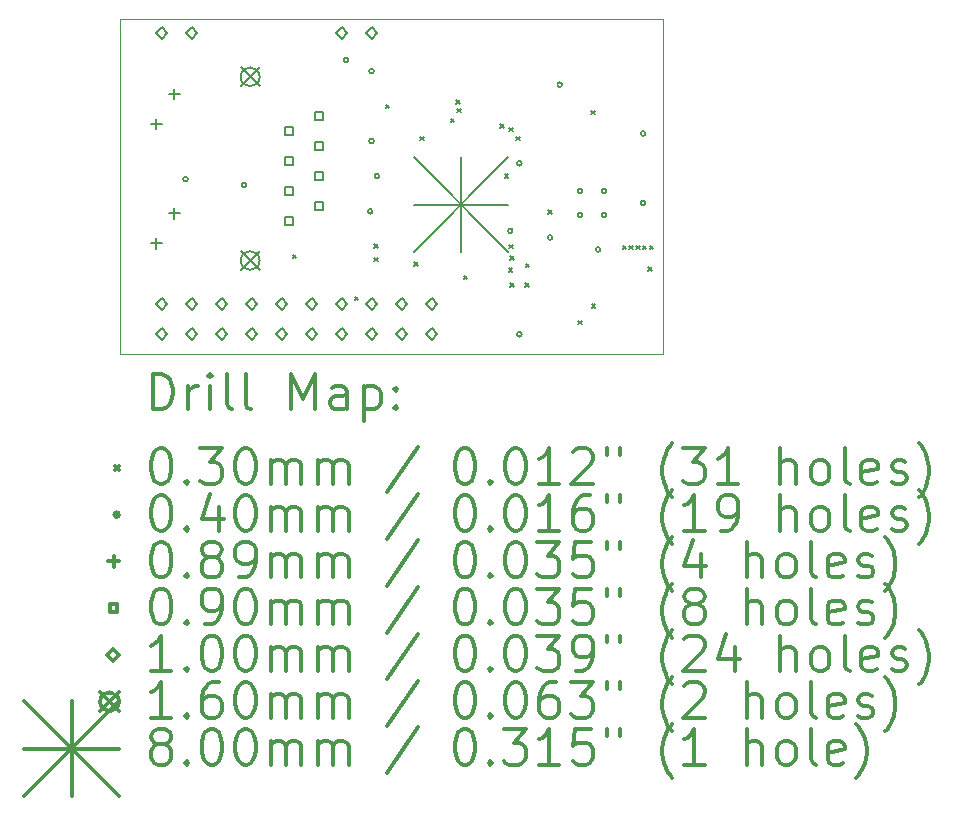
<source format=gbr>
%FSLAX45Y45*%
G04 Gerber Fmt 4.5, Leading zero omitted, Abs format (unit mm)*
G04 Created by KiCad (PCBNEW (5.1.5)-3) date 2020-07-18 04:54:52*
%MOMM*%
%LPD*%
G04 APERTURE LIST*
%TA.AperFunction,Profile*%
%ADD10C,0.100000*%
%TD*%
%ADD11C,0.200000*%
%ADD12C,0.300000*%
G04 APERTURE END LIST*
D10*
X17964150Y-8159750D02*
X15773400Y-8159750D01*
X17964150Y-10991850D02*
X17964150Y-8159750D01*
X16116300Y-10991850D02*
X17964150Y-10991850D01*
X13360400Y-10991850D02*
X13360400Y-8159750D01*
X15773400Y-8159750D02*
X13360400Y-8159750D01*
X13360400Y-10991850D02*
X16116300Y-10991850D01*
D11*
X14828000Y-10152950D02*
X14858000Y-10182950D01*
X14858000Y-10152950D02*
X14828000Y-10182950D01*
X15352000Y-10506950D02*
X15382000Y-10536950D01*
X15382000Y-10506950D02*
X15352000Y-10536950D01*
X15517100Y-10062450D02*
X15547100Y-10092450D01*
X15547100Y-10062450D02*
X15517100Y-10092450D01*
X15517100Y-10176750D02*
X15547100Y-10206750D01*
X15547100Y-10176750D02*
X15517100Y-10206750D01*
X15612350Y-8881350D02*
X15642350Y-8911350D01*
X15642350Y-8881350D02*
X15612350Y-8911350D01*
X15853650Y-10214850D02*
X15883650Y-10244850D01*
X15883650Y-10214850D02*
X15853650Y-10244850D01*
X15904450Y-9154400D02*
X15934450Y-9184400D01*
X15934450Y-9154400D02*
X15904450Y-9184400D01*
X16164800Y-9002000D02*
X16194800Y-9032000D01*
X16194800Y-9002000D02*
X16164800Y-9032000D01*
X16209250Y-8843250D02*
X16239250Y-8873250D01*
X16239250Y-8843250D02*
X16209250Y-8873250D01*
X16217050Y-8914550D02*
X16247050Y-8944550D01*
X16247050Y-8914550D02*
X16217050Y-8944550D01*
X16272750Y-10329150D02*
X16302750Y-10359150D01*
X16302750Y-10329150D02*
X16272750Y-10359150D01*
X16583900Y-9046450D02*
X16613900Y-9076450D01*
X16613900Y-9046450D02*
X16583900Y-9076450D01*
X16622000Y-9471900D02*
X16652000Y-9501900D01*
X16652000Y-9471900D02*
X16622000Y-9501900D01*
X16653750Y-10265650D02*
X16683750Y-10295650D01*
X16683750Y-10265650D02*
X16653750Y-10295650D01*
X16660100Y-9078200D02*
X16690100Y-9108200D01*
X16690100Y-9078200D02*
X16660100Y-9108200D01*
X16660100Y-10068800D02*
X16690100Y-10098800D01*
X16690100Y-10068800D02*
X16660100Y-10098800D01*
X16666450Y-10164050D02*
X16696450Y-10194050D01*
X16696450Y-10164050D02*
X16666450Y-10194050D01*
X16666450Y-10392650D02*
X16696450Y-10422650D01*
X16696450Y-10392650D02*
X16666450Y-10422650D01*
X16717250Y-9154400D02*
X16747250Y-9184400D01*
X16747250Y-9154400D02*
X16717250Y-9184400D01*
X16793450Y-10392650D02*
X16823450Y-10422650D01*
X16823450Y-10392650D02*
X16793450Y-10422650D01*
X16799800Y-10227550D02*
X16829800Y-10257550D01*
X16829800Y-10227550D02*
X16799800Y-10257550D01*
X16991500Y-9775500D02*
X17021500Y-9805500D01*
X17021500Y-9775500D02*
X16991500Y-9805500D01*
X17244300Y-10710150D02*
X17274300Y-10740150D01*
X17274300Y-10710150D02*
X17244300Y-10740150D01*
X17352250Y-8932150D02*
X17382250Y-8962150D01*
X17382250Y-8932150D02*
X17352250Y-8962150D01*
X17358600Y-10570450D02*
X17388600Y-10600450D01*
X17388600Y-10570450D02*
X17358600Y-10600450D01*
X17618950Y-10075150D02*
X17648950Y-10105150D01*
X17648950Y-10075150D02*
X17618950Y-10105150D01*
X17676100Y-10075150D02*
X17706100Y-10105150D01*
X17706100Y-10075150D02*
X17676100Y-10105150D01*
X17733250Y-10075150D02*
X17763250Y-10105150D01*
X17763250Y-10075150D02*
X17733250Y-10105150D01*
X17790400Y-10075150D02*
X17820400Y-10105150D01*
X17820400Y-10075150D02*
X17790400Y-10105150D01*
X17834850Y-10259300D02*
X17864850Y-10289300D01*
X17864850Y-10259300D02*
X17834850Y-10289300D01*
X17847550Y-10075150D02*
X17877550Y-10105150D01*
X17877550Y-10075150D02*
X17847550Y-10105150D01*
X13939200Y-9512300D02*
G75*
G03X13939200Y-9512300I-20000J0D01*
G01*
X14433600Y-9564000D02*
G75*
G03X14433600Y-9564000I-20000J0D01*
G01*
X15297200Y-8502650D02*
G75*
G03X15297200Y-8502650I-20000J0D01*
G01*
X15502200Y-9784450D02*
G75*
G03X15502200Y-9784450I-20000J0D01*
G01*
X15514000Y-8597900D02*
G75*
G03X15514000Y-8597900I-20000J0D01*
G01*
X15514000Y-9188450D02*
G75*
G03X15514000Y-9188450I-20000J0D01*
G01*
X15558450Y-9486900D02*
G75*
G03X15558450Y-9486900I-20000J0D01*
G01*
X16688750Y-9950450D02*
G75*
G03X16688750Y-9950450I-20000J0D01*
G01*
X16764950Y-9378950D02*
G75*
G03X16764950Y-9378950I-20000J0D01*
G01*
X16764950Y-10826750D02*
G75*
G03X16764950Y-10826750I-20000J0D01*
G01*
X17025300Y-10007600D02*
G75*
G03X17025300Y-10007600I-20000J0D01*
G01*
X17107850Y-8712200D02*
G75*
G03X17107850Y-8712200I-20000J0D01*
G01*
X17279300Y-9613900D02*
G75*
G03X17279300Y-9613900I-20000J0D01*
G01*
X17279300Y-9817100D02*
G75*
G03X17279300Y-9817100I-20000J0D01*
G01*
X17431700Y-10109200D02*
G75*
G03X17431700Y-10109200I-20000J0D01*
G01*
X17482500Y-9613900D02*
G75*
G03X17482500Y-9613900I-20000J0D01*
G01*
X17482500Y-9817100D02*
G75*
G03X17482500Y-9817100I-20000J0D01*
G01*
X17812700Y-9124950D02*
G75*
G03X17812700Y-9124950I-20000J0D01*
G01*
X17813600Y-9714600D02*
G75*
G03X17813600Y-9714600I-20000J0D01*
G01*
X13671500Y-9000400D02*
X13671500Y-9089400D01*
X13627000Y-9044900D02*
X13716000Y-9044900D01*
X13671500Y-10011400D02*
X13671500Y-10100400D01*
X13627000Y-10055900D02*
X13716000Y-10055900D01*
X13823500Y-8746400D02*
X13823500Y-8835400D01*
X13779000Y-8790900D02*
X13868000Y-8790900D01*
X13823500Y-9757400D02*
X13823500Y-9846400D01*
X13779000Y-9801900D02*
X13868000Y-9801900D01*
X14827320Y-9137720D02*
X14827320Y-9074080D01*
X14763680Y-9074080D01*
X14763680Y-9137720D01*
X14827320Y-9137720D01*
X14827320Y-9391720D02*
X14827320Y-9328080D01*
X14763680Y-9328080D01*
X14763680Y-9391720D01*
X14827320Y-9391720D01*
X14827320Y-9645720D02*
X14827320Y-9582080D01*
X14763680Y-9582080D01*
X14763680Y-9645720D01*
X14827320Y-9645720D01*
X14827320Y-9899720D02*
X14827320Y-9836080D01*
X14763680Y-9836080D01*
X14763680Y-9899720D01*
X14827320Y-9899720D01*
X15081320Y-9010720D02*
X15081320Y-8947080D01*
X15017680Y-8947080D01*
X15017680Y-9010720D01*
X15081320Y-9010720D01*
X15081320Y-9264720D02*
X15081320Y-9201080D01*
X15017680Y-9201080D01*
X15017680Y-9264720D01*
X15081320Y-9264720D01*
X15081320Y-9518720D02*
X15081320Y-9455080D01*
X15017680Y-9455080D01*
X15017680Y-9518720D01*
X15081320Y-9518720D01*
X15081320Y-9772720D02*
X15081320Y-9709080D01*
X15017680Y-9709080D01*
X15017680Y-9772720D01*
X15081320Y-9772720D01*
X15240000Y-8324050D02*
X15290000Y-8274050D01*
X15240000Y-8224050D01*
X15190000Y-8274050D01*
X15240000Y-8324050D01*
X15494000Y-8324050D02*
X15544000Y-8274050D01*
X15494000Y-8224050D01*
X15444000Y-8274050D01*
X15494000Y-8324050D01*
X13716000Y-8324050D02*
X13766000Y-8274050D01*
X13716000Y-8224050D01*
X13666000Y-8274050D01*
X13716000Y-8324050D01*
X13970000Y-8324050D02*
X14020000Y-8274050D01*
X13970000Y-8224050D01*
X13920000Y-8274050D01*
X13970000Y-8324050D01*
X13716000Y-10622750D02*
X13766000Y-10572750D01*
X13716000Y-10522750D01*
X13666000Y-10572750D01*
X13716000Y-10622750D01*
X13716000Y-10876750D02*
X13766000Y-10826750D01*
X13716000Y-10776750D01*
X13666000Y-10826750D01*
X13716000Y-10876750D01*
X13970000Y-10622750D02*
X14020000Y-10572750D01*
X13970000Y-10522750D01*
X13920000Y-10572750D01*
X13970000Y-10622750D01*
X13970000Y-10876750D02*
X14020000Y-10826750D01*
X13970000Y-10776750D01*
X13920000Y-10826750D01*
X13970000Y-10876750D01*
X14224000Y-10622750D02*
X14274000Y-10572750D01*
X14224000Y-10522750D01*
X14174000Y-10572750D01*
X14224000Y-10622750D01*
X14224000Y-10876750D02*
X14274000Y-10826750D01*
X14224000Y-10776750D01*
X14174000Y-10826750D01*
X14224000Y-10876750D01*
X14478000Y-10622750D02*
X14528000Y-10572750D01*
X14478000Y-10522750D01*
X14428000Y-10572750D01*
X14478000Y-10622750D01*
X14478000Y-10876750D02*
X14528000Y-10826750D01*
X14478000Y-10776750D01*
X14428000Y-10826750D01*
X14478000Y-10876750D01*
X14732000Y-10622750D02*
X14782000Y-10572750D01*
X14732000Y-10522750D01*
X14682000Y-10572750D01*
X14732000Y-10622750D01*
X14732000Y-10876750D02*
X14782000Y-10826750D01*
X14732000Y-10776750D01*
X14682000Y-10826750D01*
X14732000Y-10876750D01*
X14986000Y-10622750D02*
X15036000Y-10572750D01*
X14986000Y-10522750D01*
X14936000Y-10572750D01*
X14986000Y-10622750D01*
X14986000Y-10876750D02*
X15036000Y-10826750D01*
X14986000Y-10776750D01*
X14936000Y-10826750D01*
X14986000Y-10876750D01*
X15240000Y-10622750D02*
X15290000Y-10572750D01*
X15240000Y-10522750D01*
X15190000Y-10572750D01*
X15240000Y-10622750D01*
X15240000Y-10876750D02*
X15290000Y-10826750D01*
X15240000Y-10776750D01*
X15190000Y-10826750D01*
X15240000Y-10876750D01*
X15494000Y-10622750D02*
X15544000Y-10572750D01*
X15494000Y-10522750D01*
X15444000Y-10572750D01*
X15494000Y-10622750D01*
X15494000Y-10876750D02*
X15544000Y-10826750D01*
X15494000Y-10776750D01*
X15444000Y-10826750D01*
X15494000Y-10876750D01*
X15748000Y-10622750D02*
X15798000Y-10572750D01*
X15748000Y-10522750D01*
X15698000Y-10572750D01*
X15748000Y-10622750D01*
X15748000Y-10876750D02*
X15798000Y-10826750D01*
X15748000Y-10776750D01*
X15698000Y-10826750D01*
X15748000Y-10876750D01*
X16002000Y-10622750D02*
X16052000Y-10572750D01*
X16002000Y-10522750D01*
X15952000Y-10572750D01*
X16002000Y-10622750D01*
X16002000Y-10876750D02*
X16052000Y-10826750D01*
X16002000Y-10776750D01*
X15952000Y-10826750D01*
X16002000Y-10876750D01*
X14386500Y-8565900D02*
X14546500Y-8725900D01*
X14546500Y-8565900D02*
X14386500Y-8725900D01*
X14546500Y-8645900D02*
G75*
G03X14546500Y-8645900I-80000J0D01*
G01*
X14386500Y-10120900D02*
X14546500Y-10280900D01*
X14546500Y-10120900D02*
X14386500Y-10280900D01*
X14546500Y-10200900D02*
G75*
G03X14546500Y-10200900I-80000J0D01*
G01*
X15849650Y-9328200D02*
X16649650Y-10128200D01*
X16649650Y-9328200D02*
X15849650Y-10128200D01*
X16249650Y-9328200D02*
X16249650Y-10128200D01*
X15849650Y-9728200D02*
X16649650Y-9728200D01*
D12*
X13641828Y-11462564D02*
X13641828Y-11162564D01*
X13713257Y-11162564D01*
X13756114Y-11176850D01*
X13784686Y-11205421D01*
X13798971Y-11233993D01*
X13813257Y-11291136D01*
X13813257Y-11333993D01*
X13798971Y-11391136D01*
X13784686Y-11419707D01*
X13756114Y-11448279D01*
X13713257Y-11462564D01*
X13641828Y-11462564D01*
X13941828Y-11462564D02*
X13941828Y-11262564D01*
X13941828Y-11319707D02*
X13956114Y-11291136D01*
X13970400Y-11276850D01*
X13998971Y-11262564D01*
X14027543Y-11262564D01*
X14127543Y-11462564D02*
X14127543Y-11262564D01*
X14127543Y-11162564D02*
X14113257Y-11176850D01*
X14127543Y-11191136D01*
X14141828Y-11176850D01*
X14127543Y-11162564D01*
X14127543Y-11191136D01*
X14313257Y-11462564D02*
X14284686Y-11448279D01*
X14270400Y-11419707D01*
X14270400Y-11162564D01*
X14470400Y-11462564D02*
X14441828Y-11448279D01*
X14427543Y-11419707D01*
X14427543Y-11162564D01*
X14813257Y-11462564D02*
X14813257Y-11162564D01*
X14913257Y-11376850D01*
X15013257Y-11162564D01*
X15013257Y-11462564D01*
X15284686Y-11462564D02*
X15284686Y-11305421D01*
X15270400Y-11276850D01*
X15241828Y-11262564D01*
X15184686Y-11262564D01*
X15156114Y-11276850D01*
X15284686Y-11448279D02*
X15256114Y-11462564D01*
X15184686Y-11462564D01*
X15156114Y-11448279D01*
X15141828Y-11419707D01*
X15141828Y-11391136D01*
X15156114Y-11362564D01*
X15184686Y-11348279D01*
X15256114Y-11348279D01*
X15284686Y-11333993D01*
X15427543Y-11262564D02*
X15427543Y-11562564D01*
X15427543Y-11276850D02*
X15456114Y-11262564D01*
X15513257Y-11262564D01*
X15541828Y-11276850D01*
X15556114Y-11291136D01*
X15570400Y-11319707D01*
X15570400Y-11405421D01*
X15556114Y-11433993D01*
X15541828Y-11448279D01*
X15513257Y-11462564D01*
X15456114Y-11462564D01*
X15427543Y-11448279D01*
X15698971Y-11433993D02*
X15713257Y-11448279D01*
X15698971Y-11462564D01*
X15684686Y-11448279D01*
X15698971Y-11433993D01*
X15698971Y-11462564D01*
X15698971Y-11276850D02*
X15713257Y-11291136D01*
X15698971Y-11305421D01*
X15684686Y-11291136D01*
X15698971Y-11276850D01*
X15698971Y-11305421D01*
X13325400Y-11941850D02*
X13355400Y-11971850D01*
X13355400Y-11941850D02*
X13325400Y-11971850D01*
X13698971Y-11792564D02*
X13727543Y-11792564D01*
X13756114Y-11806850D01*
X13770400Y-11821136D01*
X13784686Y-11849707D01*
X13798971Y-11906850D01*
X13798971Y-11978279D01*
X13784686Y-12035421D01*
X13770400Y-12063993D01*
X13756114Y-12078279D01*
X13727543Y-12092564D01*
X13698971Y-12092564D01*
X13670400Y-12078279D01*
X13656114Y-12063993D01*
X13641828Y-12035421D01*
X13627543Y-11978279D01*
X13627543Y-11906850D01*
X13641828Y-11849707D01*
X13656114Y-11821136D01*
X13670400Y-11806850D01*
X13698971Y-11792564D01*
X13927543Y-12063993D02*
X13941828Y-12078279D01*
X13927543Y-12092564D01*
X13913257Y-12078279D01*
X13927543Y-12063993D01*
X13927543Y-12092564D01*
X14041828Y-11792564D02*
X14227543Y-11792564D01*
X14127543Y-11906850D01*
X14170400Y-11906850D01*
X14198971Y-11921136D01*
X14213257Y-11935421D01*
X14227543Y-11963993D01*
X14227543Y-12035421D01*
X14213257Y-12063993D01*
X14198971Y-12078279D01*
X14170400Y-12092564D01*
X14084686Y-12092564D01*
X14056114Y-12078279D01*
X14041828Y-12063993D01*
X14413257Y-11792564D02*
X14441828Y-11792564D01*
X14470400Y-11806850D01*
X14484686Y-11821136D01*
X14498971Y-11849707D01*
X14513257Y-11906850D01*
X14513257Y-11978279D01*
X14498971Y-12035421D01*
X14484686Y-12063993D01*
X14470400Y-12078279D01*
X14441828Y-12092564D01*
X14413257Y-12092564D01*
X14384686Y-12078279D01*
X14370400Y-12063993D01*
X14356114Y-12035421D01*
X14341828Y-11978279D01*
X14341828Y-11906850D01*
X14356114Y-11849707D01*
X14370400Y-11821136D01*
X14384686Y-11806850D01*
X14413257Y-11792564D01*
X14641828Y-12092564D02*
X14641828Y-11892564D01*
X14641828Y-11921136D02*
X14656114Y-11906850D01*
X14684686Y-11892564D01*
X14727543Y-11892564D01*
X14756114Y-11906850D01*
X14770400Y-11935421D01*
X14770400Y-12092564D01*
X14770400Y-11935421D02*
X14784686Y-11906850D01*
X14813257Y-11892564D01*
X14856114Y-11892564D01*
X14884686Y-11906850D01*
X14898971Y-11935421D01*
X14898971Y-12092564D01*
X15041828Y-12092564D02*
X15041828Y-11892564D01*
X15041828Y-11921136D02*
X15056114Y-11906850D01*
X15084686Y-11892564D01*
X15127543Y-11892564D01*
X15156114Y-11906850D01*
X15170400Y-11935421D01*
X15170400Y-12092564D01*
X15170400Y-11935421D02*
X15184686Y-11906850D01*
X15213257Y-11892564D01*
X15256114Y-11892564D01*
X15284686Y-11906850D01*
X15298971Y-11935421D01*
X15298971Y-12092564D01*
X15884686Y-11778279D02*
X15627543Y-12163993D01*
X16270400Y-11792564D02*
X16298971Y-11792564D01*
X16327543Y-11806850D01*
X16341828Y-11821136D01*
X16356114Y-11849707D01*
X16370400Y-11906850D01*
X16370400Y-11978279D01*
X16356114Y-12035421D01*
X16341828Y-12063993D01*
X16327543Y-12078279D01*
X16298971Y-12092564D01*
X16270400Y-12092564D01*
X16241828Y-12078279D01*
X16227543Y-12063993D01*
X16213257Y-12035421D01*
X16198971Y-11978279D01*
X16198971Y-11906850D01*
X16213257Y-11849707D01*
X16227543Y-11821136D01*
X16241828Y-11806850D01*
X16270400Y-11792564D01*
X16498971Y-12063993D02*
X16513257Y-12078279D01*
X16498971Y-12092564D01*
X16484686Y-12078279D01*
X16498971Y-12063993D01*
X16498971Y-12092564D01*
X16698971Y-11792564D02*
X16727543Y-11792564D01*
X16756114Y-11806850D01*
X16770400Y-11821136D01*
X16784686Y-11849707D01*
X16798971Y-11906850D01*
X16798971Y-11978279D01*
X16784686Y-12035421D01*
X16770400Y-12063993D01*
X16756114Y-12078279D01*
X16727543Y-12092564D01*
X16698971Y-12092564D01*
X16670400Y-12078279D01*
X16656114Y-12063993D01*
X16641828Y-12035421D01*
X16627543Y-11978279D01*
X16627543Y-11906850D01*
X16641828Y-11849707D01*
X16656114Y-11821136D01*
X16670400Y-11806850D01*
X16698971Y-11792564D01*
X17084686Y-12092564D02*
X16913257Y-12092564D01*
X16998971Y-12092564D02*
X16998971Y-11792564D01*
X16970400Y-11835421D01*
X16941828Y-11863993D01*
X16913257Y-11878279D01*
X17198971Y-11821136D02*
X17213257Y-11806850D01*
X17241828Y-11792564D01*
X17313257Y-11792564D01*
X17341828Y-11806850D01*
X17356114Y-11821136D01*
X17370400Y-11849707D01*
X17370400Y-11878279D01*
X17356114Y-11921136D01*
X17184686Y-12092564D01*
X17370400Y-12092564D01*
X17484686Y-11792564D02*
X17484686Y-11849707D01*
X17598971Y-11792564D02*
X17598971Y-11849707D01*
X18041828Y-12206850D02*
X18027543Y-12192564D01*
X17998971Y-12149707D01*
X17984686Y-12121136D01*
X17970400Y-12078279D01*
X17956114Y-12006850D01*
X17956114Y-11949707D01*
X17970400Y-11878279D01*
X17984686Y-11835421D01*
X17998971Y-11806850D01*
X18027543Y-11763993D01*
X18041828Y-11749707D01*
X18127543Y-11792564D02*
X18313257Y-11792564D01*
X18213257Y-11906850D01*
X18256114Y-11906850D01*
X18284686Y-11921136D01*
X18298971Y-11935421D01*
X18313257Y-11963993D01*
X18313257Y-12035421D01*
X18298971Y-12063993D01*
X18284686Y-12078279D01*
X18256114Y-12092564D01*
X18170400Y-12092564D01*
X18141828Y-12078279D01*
X18127543Y-12063993D01*
X18598971Y-12092564D02*
X18427543Y-12092564D01*
X18513257Y-12092564D02*
X18513257Y-11792564D01*
X18484686Y-11835421D01*
X18456114Y-11863993D01*
X18427543Y-11878279D01*
X18956114Y-12092564D02*
X18956114Y-11792564D01*
X19084686Y-12092564D02*
X19084686Y-11935421D01*
X19070400Y-11906850D01*
X19041828Y-11892564D01*
X18998971Y-11892564D01*
X18970400Y-11906850D01*
X18956114Y-11921136D01*
X19270400Y-12092564D02*
X19241828Y-12078279D01*
X19227543Y-12063993D01*
X19213257Y-12035421D01*
X19213257Y-11949707D01*
X19227543Y-11921136D01*
X19241828Y-11906850D01*
X19270400Y-11892564D01*
X19313257Y-11892564D01*
X19341828Y-11906850D01*
X19356114Y-11921136D01*
X19370400Y-11949707D01*
X19370400Y-12035421D01*
X19356114Y-12063993D01*
X19341828Y-12078279D01*
X19313257Y-12092564D01*
X19270400Y-12092564D01*
X19541828Y-12092564D02*
X19513257Y-12078279D01*
X19498971Y-12049707D01*
X19498971Y-11792564D01*
X19770400Y-12078279D02*
X19741828Y-12092564D01*
X19684686Y-12092564D01*
X19656114Y-12078279D01*
X19641828Y-12049707D01*
X19641828Y-11935421D01*
X19656114Y-11906850D01*
X19684686Y-11892564D01*
X19741828Y-11892564D01*
X19770400Y-11906850D01*
X19784686Y-11935421D01*
X19784686Y-11963993D01*
X19641828Y-11992564D01*
X19898971Y-12078279D02*
X19927543Y-12092564D01*
X19984686Y-12092564D01*
X20013257Y-12078279D01*
X20027543Y-12049707D01*
X20027543Y-12035421D01*
X20013257Y-12006850D01*
X19984686Y-11992564D01*
X19941828Y-11992564D01*
X19913257Y-11978279D01*
X19898971Y-11949707D01*
X19898971Y-11935421D01*
X19913257Y-11906850D01*
X19941828Y-11892564D01*
X19984686Y-11892564D01*
X20013257Y-11906850D01*
X20127543Y-12206850D02*
X20141828Y-12192564D01*
X20170400Y-12149707D01*
X20184686Y-12121136D01*
X20198971Y-12078279D01*
X20213257Y-12006850D01*
X20213257Y-11949707D01*
X20198971Y-11878279D01*
X20184686Y-11835421D01*
X20170400Y-11806850D01*
X20141828Y-11763993D01*
X20127543Y-11749707D01*
X13355400Y-12352850D02*
G75*
G03X13355400Y-12352850I-20000J0D01*
G01*
X13698971Y-12188564D02*
X13727543Y-12188564D01*
X13756114Y-12202850D01*
X13770400Y-12217136D01*
X13784686Y-12245707D01*
X13798971Y-12302850D01*
X13798971Y-12374279D01*
X13784686Y-12431421D01*
X13770400Y-12459993D01*
X13756114Y-12474279D01*
X13727543Y-12488564D01*
X13698971Y-12488564D01*
X13670400Y-12474279D01*
X13656114Y-12459993D01*
X13641828Y-12431421D01*
X13627543Y-12374279D01*
X13627543Y-12302850D01*
X13641828Y-12245707D01*
X13656114Y-12217136D01*
X13670400Y-12202850D01*
X13698971Y-12188564D01*
X13927543Y-12459993D02*
X13941828Y-12474279D01*
X13927543Y-12488564D01*
X13913257Y-12474279D01*
X13927543Y-12459993D01*
X13927543Y-12488564D01*
X14198971Y-12288564D02*
X14198971Y-12488564D01*
X14127543Y-12174279D02*
X14056114Y-12388564D01*
X14241828Y-12388564D01*
X14413257Y-12188564D02*
X14441828Y-12188564D01*
X14470400Y-12202850D01*
X14484686Y-12217136D01*
X14498971Y-12245707D01*
X14513257Y-12302850D01*
X14513257Y-12374279D01*
X14498971Y-12431421D01*
X14484686Y-12459993D01*
X14470400Y-12474279D01*
X14441828Y-12488564D01*
X14413257Y-12488564D01*
X14384686Y-12474279D01*
X14370400Y-12459993D01*
X14356114Y-12431421D01*
X14341828Y-12374279D01*
X14341828Y-12302850D01*
X14356114Y-12245707D01*
X14370400Y-12217136D01*
X14384686Y-12202850D01*
X14413257Y-12188564D01*
X14641828Y-12488564D02*
X14641828Y-12288564D01*
X14641828Y-12317136D02*
X14656114Y-12302850D01*
X14684686Y-12288564D01*
X14727543Y-12288564D01*
X14756114Y-12302850D01*
X14770400Y-12331421D01*
X14770400Y-12488564D01*
X14770400Y-12331421D02*
X14784686Y-12302850D01*
X14813257Y-12288564D01*
X14856114Y-12288564D01*
X14884686Y-12302850D01*
X14898971Y-12331421D01*
X14898971Y-12488564D01*
X15041828Y-12488564D02*
X15041828Y-12288564D01*
X15041828Y-12317136D02*
X15056114Y-12302850D01*
X15084686Y-12288564D01*
X15127543Y-12288564D01*
X15156114Y-12302850D01*
X15170400Y-12331421D01*
X15170400Y-12488564D01*
X15170400Y-12331421D02*
X15184686Y-12302850D01*
X15213257Y-12288564D01*
X15256114Y-12288564D01*
X15284686Y-12302850D01*
X15298971Y-12331421D01*
X15298971Y-12488564D01*
X15884686Y-12174279D02*
X15627543Y-12559993D01*
X16270400Y-12188564D02*
X16298971Y-12188564D01*
X16327543Y-12202850D01*
X16341828Y-12217136D01*
X16356114Y-12245707D01*
X16370400Y-12302850D01*
X16370400Y-12374279D01*
X16356114Y-12431421D01*
X16341828Y-12459993D01*
X16327543Y-12474279D01*
X16298971Y-12488564D01*
X16270400Y-12488564D01*
X16241828Y-12474279D01*
X16227543Y-12459993D01*
X16213257Y-12431421D01*
X16198971Y-12374279D01*
X16198971Y-12302850D01*
X16213257Y-12245707D01*
X16227543Y-12217136D01*
X16241828Y-12202850D01*
X16270400Y-12188564D01*
X16498971Y-12459993D02*
X16513257Y-12474279D01*
X16498971Y-12488564D01*
X16484686Y-12474279D01*
X16498971Y-12459993D01*
X16498971Y-12488564D01*
X16698971Y-12188564D02*
X16727543Y-12188564D01*
X16756114Y-12202850D01*
X16770400Y-12217136D01*
X16784686Y-12245707D01*
X16798971Y-12302850D01*
X16798971Y-12374279D01*
X16784686Y-12431421D01*
X16770400Y-12459993D01*
X16756114Y-12474279D01*
X16727543Y-12488564D01*
X16698971Y-12488564D01*
X16670400Y-12474279D01*
X16656114Y-12459993D01*
X16641828Y-12431421D01*
X16627543Y-12374279D01*
X16627543Y-12302850D01*
X16641828Y-12245707D01*
X16656114Y-12217136D01*
X16670400Y-12202850D01*
X16698971Y-12188564D01*
X17084686Y-12488564D02*
X16913257Y-12488564D01*
X16998971Y-12488564D02*
X16998971Y-12188564D01*
X16970400Y-12231421D01*
X16941828Y-12259993D01*
X16913257Y-12274279D01*
X17341828Y-12188564D02*
X17284686Y-12188564D01*
X17256114Y-12202850D01*
X17241828Y-12217136D01*
X17213257Y-12259993D01*
X17198971Y-12317136D01*
X17198971Y-12431421D01*
X17213257Y-12459993D01*
X17227543Y-12474279D01*
X17256114Y-12488564D01*
X17313257Y-12488564D01*
X17341828Y-12474279D01*
X17356114Y-12459993D01*
X17370400Y-12431421D01*
X17370400Y-12359993D01*
X17356114Y-12331421D01*
X17341828Y-12317136D01*
X17313257Y-12302850D01*
X17256114Y-12302850D01*
X17227543Y-12317136D01*
X17213257Y-12331421D01*
X17198971Y-12359993D01*
X17484686Y-12188564D02*
X17484686Y-12245707D01*
X17598971Y-12188564D02*
X17598971Y-12245707D01*
X18041828Y-12602850D02*
X18027543Y-12588564D01*
X17998971Y-12545707D01*
X17984686Y-12517136D01*
X17970400Y-12474279D01*
X17956114Y-12402850D01*
X17956114Y-12345707D01*
X17970400Y-12274279D01*
X17984686Y-12231421D01*
X17998971Y-12202850D01*
X18027543Y-12159993D01*
X18041828Y-12145707D01*
X18313257Y-12488564D02*
X18141828Y-12488564D01*
X18227543Y-12488564D02*
X18227543Y-12188564D01*
X18198971Y-12231421D01*
X18170400Y-12259993D01*
X18141828Y-12274279D01*
X18456114Y-12488564D02*
X18513257Y-12488564D01*
X18541828Y-12474279D01*
X18556114Y-12459993D01*
X18584686Y-12417136D01*
X18598971Y-12359993D01*
X18598971Y-12245707D01*
X18584686Y-12217136D01*
X18570400Y-12202850D01*
X18541828Y-12188564D01*
X18484686Y-12188564D01*
X18456114Y-12202850D01*
X18441828Y-12217136D01*
X18427543Y-12245707D01*
X18427543Y-12317136D01*
X18441828Y-12345707D01*
X18456114Y-12359993D01*
X18484686Y-12374279D01*
X18541828Y-12374279D01*
X18570400Y-12359993D01*
X18584686Y-12345707D01*
X18598971Y-12317136D01*
X18956114Y-12488564D02*
X18956114Y-12188564D01*
X19084686Y-12488564D02*
X19084686Y-12331421D01*
X19070400Y-12302850D01*
X19041828Y-12288564D01*
X18998971Y-12288564D01*
X18970400Y-12302850D01*
X18956114Y-12317136D01*
X19270400Y-12488564D02*
X19241828Y-12474279D01*
X19227543Y-12459993D01*
X19213257Y-12431421D01*
X19213257Y-12345707D01*
X19227543Y-12317136D01*
X19241828Y-12302850D01*
X19270400Y-12288564D01*
X19313257Y-12288564D01*
X19341828Y-12302850D01*
X19356114Y-12317136D01*
X19370400Y-12345707D01*
X19370400Y-12431421D01*
X19356114Y-12459993D01*
X19341828Y-12474279D01*
X19313257Y-12488564D01*
X19270400Y-12488564D01*
X19541828Y-12488564D02*
X19513257Y-12474279D01*
X19498971Y-12445707D01*
X19498971Y-12188564D01*
X19770400Y-12474279D02*
X19741828Y-12488564D01*
X19684686Y-12488564D01*
X19656114Y-12474279D01*
X19641828Y-12445707D01*
X19641828Y-12331421D01*
X19656114Y-12302850D01*
X19684686Y-12288564D01*
X19741828Y-12288564D01*
X19770400Y-12302850D01*
X19784686Y-12331421D01*
X19784686Y-12359993D01*
X19641828Y-12388564D01*
X19898971Y-12474279D02*
X19927543Y-12488564D01*
X19984686Y-12488564D01*
X20013257Y-12474279D01*
X20027543Y-12445707D01*
X20027543Y-12431421D01*
X20013257Y-12402850D01*
X19984686Y-12388564D01*
X19941828Y-12388564D01*
X19913257Y-12374279D01*
X19898971Y-12345707D01*
X19898971Y-12331421D01*
X19913257Y-12302850D01*
X19941828Y-12288564D01*
X19984686Y-12288564D01*
X20013257Y-12302850D01*
X20127543Y-12602850D02*
X20141828Y-12588564D01*
X20170400Y-12545707D01*
X20184686Y-12517136D01*
X20198971Y-12474279D01*
X20213257Y-12402850D01*
X20213257Y-12345707D01*
X20198971Y-12274279D01*
X20184686Y-12231421D01*
X20170400Y-12202850D01*
X20141828Y-12159993D01*
X20127543Y-12145707D01*
X13310900Y-12704350D02*
X13310900Y-12793350D01*
X13266400Y-12748850D02*
X13355400Y-12748850D01*
X13698971Y-12584564D02*
X13727543Y-12584564D01*
X13756114Y-12598850D01*
X13770400Y-12613136D01*
X13784686Y-12641707D01*
X13798971Y-12698850D01*
X13798971Y-12770279D01*
X13784686Y-12827421D01*
X13770400Y-12855993D01*
X13756114Y-12870279D01*
X13727543Y-12884564D01*
X13698971Y-12884564D01*
X13670400Y-12870279D01*
X13656114Y-12855993D01*
X13641828Y-12827421D01*
X13627543Y-12770279D01*
X13627543Y-12698850D01*
X13641828Y-12641707D01*
X13656114Y-12613136D01*
X13670400Y-12598850D01*
X13698971Y-12584564D01*
X13927543Y-12855993D02*
X13941828Y-12870279D01*
X13927543Y-12884564D01*
X13913257Y-12870279D01*
X13927543Y-12855993D01*
X13927543Y-12884564D01*
X14113257Y-12713136D02*
X14084686Y-12698850D01*
X14070400Y-12684564D01*
X14056114Y-12655993D01*
X14056114Y-12641707D01*
X14070400Y-12613136D01*
X14084686Y-12598850D01*
X14113257Y-12584564D01*
X14170400Y-12584564D01*
X14198971Y-12598850D01*
X14213257Y-12613136D01*
X14227543Y-12641707D01*
X14227543Y-12655993D01*
X14213257Y-12684564D01*
X14198971Y-12698850D01*
X14170400Y-12713136D01*
X14113257Y-12713136D01*
X14084686Y-12727421D01*
X14070400Y-12741707D01*
X14056114Y-12770279D01*
X14056114Y-12827421D01*
X14070400Y-12855993D01*
X14084686Y-12870279D01*
X14113257Y-12884564D01*
X14170400Y-12884564D01*
X14198971Y-12870279D01*
X14213257Y-12855993D01*
X14227543Y-12827421D01*
X14227543Y-12770279D01*
X14213257Y-12741707D01*
X14198971Y-12727421D01*
X14170400Y-12713136D01*
X14370400Y-12884564D02*
X14427543Y-12884564D01*
X14456114Y-12870279D01*
X14470400Y-12855993D01*
X14498971Y-12813136D01*
X14513257Y-12755993D01*
X14513257Y-12641707D01*
X14498971Y-12613136D01*
X14484686Y-12598850D01*
X14456114Y-12584564D01*
X14398971Y-12584564D01*
X14370400Y-12598850D01*
X14356114Y-12613136D01*
X14341828Y-12641707D01*
X14341828Y-12713136D01*
X14356114Y-12741707D01*
X14370400Y-12755993D01*
X14398971Y-12770279D01*
X14456114Y-12770279D01*
X14484686Y-12755993D01*
X14498971Y-12741707D01*
X14513257Y-12713136D01*
X14641828Y-12884564D02*
X14641828Y-12684564D01*
X14641828Y-12713136D02*
X14656114Y-12698850D01*
X14684686Y-12684564D01*
X14727543Y-12684564D01*
X14756114Y-12698850D01*
X14770400Y-12727421D01*
X14770400Y-12884564D01*
X14770400Y-12727421D02*
X14784686Y-12698850D01*
X14813257Y-12684564D01*
X14856114Y-12684564D01*
X14884686Y-12698850D01*
X14898971Y-12727421D01*
X14898971Y-12884564D01*
X15041828Y-12884564D02*
X15041828Y-12684564D01*
X15041828Y-12713136D02*
X15056114Y-12698850D01*
X15084686Y-12684564D01*
X15127543Y-12684564D01*
X15156114Y-12698850D01*
X15170400Y-12727421D01*
X15170400Y-12884564D01*
X15170400Y-12727421D02*
X15184686Y-12698850D01*
X15213257Y-12684564D01*
X15256114Y-12684564D01*
X15284686Y-12698850D01*
X15298971Y-12727421D01*
X15298971Y-12884564D01*
X15884686Y-12570279D02*
X15627543Y-12955993D01*
X16270400Y-12584564D02*
X16298971Y-12584564D01*
X16327543Y-12598850D01*
X16341828Y-12613136D01*
X16356114Y-12641707D01*
X16370400Y-12698850D01*
X16370400Y-12770279D01*
X16356114Y-12827421D01*
X16341828Y-12855993D01*
X16327543Y-12870279D01*
X16298971Y-12884564D01*
X16270400Y-12884564D01*
X16241828Y-12870279D01*
X16227543Y-12855993D01*
X16213257Y-12827421D01*
X16198971Y-12770279D01*
X16198971Y-12698850D01*
X16213257Y-12641707D01*
X16227543Y-12613136D01*
X16241828Y-12598850D01*
X16270400Y-12584564D01*
X16498971Y-12855993D02*
X16513257Y-12870279D01*
X16498971Y-12884564D01*
X16484686Y-12870279D01*
X16498971Y-12855993D01*
X16498971Y-12884564D01*
X16698971Y-12584564D02*
X16727543Y-12584564D01*
X16756114Y-12598850D01*
X16770400Y-12613136D01*
X16784686Y-12641707D01*
X16798971Y-12698850D01*
X16798971Y-12770279D01*
X16784686Y-12827421D01*
X16770400Y-12855993D01*
X16756114Y-12870279D01*
X16727543Y-12884564D01*
X16698971Y-12884564D01*
X16670400Y-12870279D01*
X16656114Y-12855993D01*
X16641828Y-12827421D01*
X16627543Y-12770279D01*
X16627543Y-12698850D01*
X16641828Y-12641707D01*
X16656114Y-12613136D01*
X16670400Y-12598850D01*
X16698971Y-12584564D01*
X16898971Y-12584564D02*
X17084686Y-12584564D01*
X16984686Y-12698850D01*
X17027543Y-12698850D01*
X17056114Y-12713136D01*
X17070400Y-12727421D01*
X17084686Y-12755993D01*
X17084686Y-12827421D01*
X17070400Y-12855993D01*
X17056114Y-12870279D01*
X17027543Y-12884564D01*
X16941828Y-12884564D01*
X16913257Y-12870279D01*
X16898971Y-12855993D01*
X17356114Y-12584564D02*
X17213257Y-12584564D01*
X17198971Y-12727421D01*
X17213257Y-12713136D01*
X17241828Y-12698850D01*
X17313257Y-12698850D01*
X17341828Y-12713136D01*
X17356114Y-12727421D01*
X17370400Y-12755993D01*
X17370400Y-12827421D01*
X17356114Y-12855993D01*
X17341828Y-12870279D01*
X17313257Y-12884564D01*
X17241828Y-12884564D01*
X17213257Y-12870279D01*
X17198971Y-12855993D01*
X17484686Y-12584564D02*
X17484686Y-12641707D01*
X17598971Y-12584564D02*
X17598971Y-12641707D01*
X18041828Y-12998850D02*
X18027543Y-12984564D01*
X17998971Y-12941707D01*
X17984686Y-12913136D01*
X17970400Y-12870279D01*
X17956114Y-12798850D01*
X17956114Y-12741707D01*
X17970400Y-12670279D01*
X17984686Y-12627421D01*
X17998971Y-12598850D01*
X18027543Y-12555993D01*
X18041828Y-12541707D01*
X18284686Y-12684564D02*
X18284686Y-12884564D01*
X18213257Y-12570279D02*
X18141828Y-12784564D01*
X18327543Y-12784564D01*
X18670400Y-12884564D02*
X18670400Y-12584564D01*
X18798971Y-12884564D02*
X18798971Y-12727421D01*
X18784686Y-12698850D01*
X18756114Y-12684564D01*
X18713257Y-12684564D01*
X18684686Y-12698850D01*
X18670400Y-12713136D01*
X18984686Y-12884564D02*
X18956114Y-12870279D01*
X18941828Y-12855993D01*
X18927543Y-12827421D01*
X18927543Y-12741707D01*
X18941828Y-12713136D01*
X18956114Y-12698850D01*
X18984686Y-12684564D01*
X19027543Y-12684564D01*
X19056114Y-12698850D01*
X19070400Y-12713136D01*
X19084686Y-12741707D01*
X19084686Y-12827421D01*
X19070400Y-12855993D01*
X19056114Y-12870279D01*
X19027543Y-12884564D01*
X18984686Y-12884564D01*
X19256114Y-12884564D02*
X19227543Y-12870279D01*
X19213257Y-12841707D01*
X19213257Y-12584564D01*
X19484686Y-12870279D02*
X19456114Y-12884564D01*
X19398971Y-12884564D01*
X19370400Y-12870279D01*
X19356114Y-12841707D01*
X19356114Y-12727421D01*
X19370400Y-12698850D01*
X19398971Y-12684564D01*
X19456114Y-12684564D01*
X19484686Y-12698850D01*
X19498971Y-12727421D01*
X19498971Y-12755993D01*
X19356114Y-12784564D01*
X19613257Y-12870279D02*
X19641828Y-12884564D01*
X19698971Y-12884564D01*
X19727543Y-12870279D01*
X19741828Y-12841707D01*
X19741828Y-12827421D01*
X19727543Y-12798850D01*
X19698971Y-12784564D01*
X19656114Y-12784564D01*
X19627543Y-12770279D01*
X19613257Y-12741707D01*
X19613257Y-12727421D01*
X19627543Y-12698850D01*
X19656114Y-12684564D01*
X19698971Y-12684564D01*
X19727543Y-12698850D01*
X19841828Y-12998850D02*
X19856114Y-12984564D01*
X19884686Y-12941707D01*
X19898971Y-12913136D01*
X19913257Y-12870279D01*
X19927543Y-12798850D01*
X19927543Y-12741707D01*
X19913257Y-12670279D01*
X19898971Y-12627421D01*
X19884686Y-12598850D01*
X19856114Y-12555993D01*
X19841828Y-12541707D01*
X13342220Y-13176670D02*
X13342220Y-13113030D01*
X13278580Y-13113030D01*
X13278580Y-13176670D01*
X13342220Y-13176670D01*
X13698971Y-12980564D02*
X13727543Y-12980564D01*
X13756114Y-12994850D01*
X13770400Y-13009136D01*
X13784686Y-13037707D01*
X13798971Y-13094850D01*
X13798971Y-13166279D01*
X13784686Y-13223421D01*
X13770400Y-13251993D01*
X13756114Y-13266279D01*
X13727543Y-13280564D01*
X13698971Y-13280564D01*
X13670400Y-13266279D01*
X13656114Y-13251993D01*
X13641828Y-13223421D01*
X13627543Y-13166279D01*
X13627543Y-13094850D01*
X13641828Y-13037707D01*
X13656114Y-13009136D01*
X13670400Y-12994850D01*
X13698971Y-12980564D01*
X13927543Y-13251993D02*
X13941828Y-13266279D01*
X13927543Y-13280564D01*
X13913257Y-13266279D01*
X13927543Y-13251993D01*
X13927543Y-13280564D01*
X14084686Y-13280564D02*
X14141828Y-13280564D01*
X14170400Y-13266279D01*
X14184686Y-13251993D01*
X14213257Y-13209136D01*
X14227543Y-13151993D01*
X14227543Y-13037707D01*
X14213257Y-13009136D01*
X14198971Y-12994850D01*
X14170400Y-12980564D01*
X14113257Y-12980564D01*
X14084686Y-12994850D01*
X14070400Y-13009136D01*
X14056114Y-13037707D01*
X14056114Y-13109136D01*
X14070400Y-13137707D01*
X14084686Y-13151993D01*
X14113257Y-13166279D01*
X14170400Y-13166279D01*
X14198971Y-13151993D01*
X14213257Y-13137707D01*
X14227543Y-13109136D01*
X14413257Y-12980564D02*
X14441828Y-12980564D01*
X14470400Y-12994850D01*
X14484686Y-13009136D01*
X14498971Y-13037707D01*
X14513257Y-13094850D01*
X14513257Y-13166279D01*
X14498971Y-13223421D01*
X14484686Y-13251993D01*
X14470400Y-13266279D01*
X14441828Y-13280564D01*
X14413257Y-13280564D01*
X14384686Y-13266279D01*
X14370400Y-13251993D01*
X14356114Y-13223421D01*
X14341828Y-13166279D01*
X14341828Y-13094850D01*
X14356114Y-13037707D01*
X14370400Y-13009136D01*
X14384686Y-12994850D01*
X14413257Y-12980564D01*
X14641828Y-13280564D02*
X14641828Y-13080564D01*
X14641828Y-13109136D02*
X14656114Y-13094850D01*
X14684686Y-13080564D01*
X14727543Y-13080564D01*
X14756114Y-13094850D01*
X14770400Y-13123421D01*
X14770400Y-13280564D01*
X14770400Y-13123421D02*
X14784686Y-13094850D01*
X14813257Y-13080564D01*
X14856114Y-13080564D01*
X14884686Y-13094850D01*
X14898971Y-13123421D01*
X14898971Y-13280564D01*
X15041828Y-13280564D02*
X15041828Y-13080564D01*
X15041828Y-13109136D02*
X15056114Y-13094850D01*
X15084686Y-13080564D01*
X15127543Y-13080564D01*
X15156114Y-13094850D01*
X15170400Y-13123421D01*
X15170400Y-13280564D01*
X15170400Y-13123421D02*
X15184686Y-13094850D01*
X15213257Y-13080564D01*
X15256114Y-13080564D01*
X15284686Y-13094850D01*
X15298971Y-13123421D01*
X15298971Y-13280564D01*
X15884686Y-12966279D02*
X15627543Y-13351993D01*
X16270400Y-12980564D02*
X16298971Y-12980564D01*
X16327543Y-12994850D01*
X16341828Y-13009136D01*
X16356114Y-13037707D01*
X16370400Y-13094850D01*
X16370400Y-13166279D01*
X16356114Y-13223421D01*
X16341828Y-13251993D01*
X16327543Y-13266279D01*
X16298971Y-13280564D01*
X16270400Y-13280564D01*
X16241828Y-13266279D01*
X16227543Y-13251993D01*
X16213257Y-13223421D01*
X16198971Y-13166279D01*
X16198971Y-13094850D01*
X16213257Y-13037707D01*
X16227543Y-13009136D01*
X16241828Y-12994850D01*
X16270400Y-12980564D01*
X16498971Y-13251993D02*
X16513257Y-13266279D01*
X16498971Y-13280564D01*
X16484686Y-13266279D01*
X16498971Y-13251993D01*
X16498971Y-13280564D01*
X16698971Y-12980564D02*
X16727543Y-12980564D01*
X16756114Y-12994850D01*
X16770400Y-13009136D01*
X16784686Y-13037707D01*
X16798971Y-13094850D01*
X16798971Y-13166279D01*
X16784686Y-13223421D01*
X16770400Y-13251993D01*
X16756114Y-13266279D01*
X16727543Y-13280564D01*
X16698971Y-13280564D01*
X16670400Y-13266279D01*
X16656114Y-13251993D01*
X16641828Y-13223421D01*
X16627543Y-13166279D01*
X16627543Y-13094850D01*
X16641828Y-13037707D01*
X16656114Y-13009136D01*
X16670400Y-12994850D01*
X16698971Y-12980564D01*
X16898971Y-12980564D02*
X17084686Y-12980564D01*
X16984686Y-13094850D01*
X17027543Y-13094850D01*
X17056114Y-13109136D01*
X17070400Y-13123421D01*
X17084686Y-13151993D01*
X17084686Y-13223421D01*
X17070400Y-13251993D01*
X17056114Y-13266279D01*
X17027543Y-13280564D01*
X16941828Y-13280564D01*
X16913257Y-13266279D01*
X16898971Y-13251993D01*
X17356114Y-12980564D02*
X17213257Y-12980564D01*
X17198971Y-13123421D01*
X17213257Y-13109136D01*
X17241828Y-13094850D01*
X17313257Y-13094850D01*
X17341828Y-13109136D01*
X17356114Y-13123421D01*
X17370400Y-13151993D01*
X17370400Y-13223421D01*
X17356114Y-13251993D01*
X17341828Y-13266279D01*
X17313257Y-13280564D01*
X17241828Y-13280564D01*
X17213257Y-13266279D01*
X17198971Y-13251993D01*
X17484686Y-12980564D02*
X17484686Y-13037707D01*
X17598971Y-12980564D02*
X17598971Y-13037707D01*
X18041828Y-13394850D02*
X18027543Y-13380564D01*
X17998971Y-13337707D01*
X17984686Y-13309136D01*
X17970400Y-13266279D01*
X17956114Y-13194850D01*
X17956114Y-13137707D01*
X17970400Y-13066279D01*
X17984686Y-13023421D01*
X17998971Y-12994850D01*
X18027543Y-12951993D01*
X18041828Y-12937707D01*
X18198971Y-13109136D02*
X18170400Y-13094850D01*
X18156114Y-13080564D01*
X18141828Y-13051993D01*
X18141828Y-13037707D01*
X18156114Y-13009136D01*
X18170400Y-12994850D01*
X18198971Y-12980564D01*
X18256114Y-12980564D01*
X18284686Y-12994850D01*
X18298971Y-13009136D01*
X18313257Y-13037707D01*
X18313257Y-13051993D01*
X18298971Y-13080564D01*
X18284686Y-13094850D01*
X18256114Y-13109136D01*
X18198971Y-13109136D01*
X18170400Y-13123421D01*
X18156114Y-13137707D01*
X18141828Y-13166279D01*
X18141828Y-13223421D01*
X18156114Y-13251993D01*
X18170400Y-13266279D01*
X18198971Y-13280564D01*
X18256114Y-13280564D01*
X18284686Y-13266279D01*
X18298971Y-13251993D01*
X18313257Y-13223421D01*
X18313257Y-13166279D01*
X18298971Y-13137707D01*
X18284686Y-13123421D01*
X18256114Y-13109136D01*
X18670400Y-13280564D02*
X18670400Y-12980564D01*
X18798971Y-13280564D02*
X18798971Y-13123421D01*
X18784686Y-13094850D01*
X18756114Y-13080564D01*
X18713257Y-13080564D01*
X18684686Y-13094850D01*
X18670400Y-13109136D01*
X18984686Y-13280564D02*
X18956114Y-13266279D01*
X18941828Y-13251993D01*
X18927543Y-13223421D01*
X18927543Y-13137707D01*
X18941828Y-13109136D01*
X18956114Y-13094850D01*
X18984686Y-13080564D01*
X19027543Y-13080564D01*
X19056114Y-13094850D01*
X19070400Y-13109136D01*
X19084686Y-13137707D01*
X19084686Y-13223421D01*
X19070400Y-13251993D01*
X19056114Y-13266279D01*
X19027543Y-13280564D01*
X18984686Y-13280564D01*
X19256114Y-13280564D02*
X19227543Y-13266279D01*
X19213257Y-13237707D01*
X19213257Y-12980564D01*
X19484686Y-13266279D02*
X19456114Y-13280564D01*
X19398971Y-13280564D01*
X19370400Y-13266279D01*
X19356114Y-13237707D01*
X19356114Y-13123421D01*
X19370400Y-13094850D01*
X19398971Y-13080564D01*
X19456114Y-13080564D01*
X19484686Y-13094850D01*
X19498971Y-13123421D01*
X19498971Y-13151993D01*
X19356114Y-13180564D01*
X19613257Y-13266279D02*
X19641828Y-13280564D01*
X19698971Y-13280564D01*
X19727543Y-13266279D01*
X19741828Y-13237707D01*
X19741828Y-13223421D01*
X19727543Y-13194850D01*
X19698971Y-13180564D01*
X19656114Y-13180564D01*
X19627543Y-13166279D01*
X19613257Y-13137707D01*
X19613257Y-13123421D01*
X19627543Y-13094850D01*
X19656114Y-13080564D01*
X19698971Y-13080564D01*
X19727543Y-13094850D01*
X19841828Y-13394850D02*
X19856114Y-13380564D01*
X19884686Y-13337707D01*
X19898971Y-13309136D01*
X19913257Y-13266279D01*
X19927543Y-13194850D01*
X19927543Y-13137707D01*
X19913257Y-13066279D01*
X19898971Y-13023421D01*
X19884686Y-12994850D01*
X19856114Y-12951993D01*
X19841828Y-12937707D01*
X13305400Y-13590850D02*
X13355400Y-13540850D01*
X13305400Y-13490850D01*
X13255400Y-13540850D01*
X13305400Y-13590850D01*
X13798971Y-13676564D02*
X13627543Y-13676564D01*
X13713257Y-13676564D02*
X13713257Y-13376564D01*
X13684686Y-13419421D01*
X13656114Y-13447993D01*
X13627543Y-13462279D01*
X13927543Y-13647993D02*
X13941828Y-13662279D01*
X13927543Y-13676564D01*
X13913257Y-13662279D01*
X13927543Y-13647993D01*
X13927543Y-13676564D01*
X14127543Y-13376564D02*
X14156114Y-13376564D01*
X14184686Y-13390850D01*
X14198971Y-13405136D01*
X14213257Y-13433707D01*
X14227543Y-13490850D01*
X14227543Y-13562279D01*
X14213257Y-13619421D01*
X14198971Y-13647993D01*
X14184686Y-13662279D01*
X14156114Y-13676564D01*
X14127543Y-13676564D01*
X14098971Y-13662279D01*
X14084686Y-13647993D01*
X14070400Y-13619421D01*
X14056114Y-13562279D01*
X14056114Y-13490850D01*
X14070400Y-13433707D01*
X14084686Y-13405136D01*
X14098971Y-13390850D01*
X14127543Y-13376564D01*
X14413257Y-13376564D02*
X14441828Y-13376564D01*
X14470400Y-13390850D01*
X14484686Y-13405136D01*
X14498971Y-13433707D01*
X14513257Y-13490850D01*
X14513257Y-13562279D01*
X14498971Y-13619421D01*
X14484686Y-13647993D01*
X14470400Y-13662279D01*
X14441828Y-13676564D01*
X14413257Y-13676564D01*
X14384686Y-13662279D01*
X14370400Y-13647993D01*
X14356114Y-13619421D01*
X14341828Y-13562279D01*
X14341828Y-13490850D01*
X14356114Y-13433707D01*
X14370400Y-13405136D01*
X14384686Y-13390850D01*
X14413257Y-13376564D01*
X14641828Y-13676564D02*
X14641828Y-13476564D01*
X14641828Y-13505136D02*
X14656114Y-13490850D01*
X14684686Y-13476564D01*
X14727543Y-13476564D01*
X14756114Y-13490850D01*
X14770400Y-13519421D01*
X14770400Y-13676564D01*
X14770400Y-13519421D02*
X14784686Y-13490850D01*
X14813257Y-13476564D01*
X14856114Y-13476564D01*
X14884686Y-13490850D01*
X14898971Y-13519421D01*
X14898971Y-13676564D01*
X15041828Y-13676564D02*
X15041828Y-13476564D01*
X15041828Y-13505136D02*
X15056114Y-13490850D01*
X15084686Y-13476564D01*
X15127543Y-13476564D01*
X15156114Y-13490850D01*
X15170400Y-13519421D01*
X15170400Y-13676564D01*
X15170400Y-13519421D02*
X15184686Y-13490850D01*
X15213257Y-13476564D01*
X15256114Y-13476564D01*
X15284686Y-13490850D01*
X15298971Y-13519421D01*
X15298971Y-13676564D01*
X15884686Y-13362279D02*
X15627543Y-13747993D01*
X16270400Y-13376564D02*
X16298971Y-13376564D01*
X16327543Y-13390850D01*
X16341828Y-13405136D01*
X16356114Y-13433707D01*
X16370400Y-13490850D01*
X16370400Y-13562279D01*
X16356114Y-13619421D01*
X16341828Y-13647993D01*
X16327543Y-13662279D01*
X16298971Y-13676564D01*
X16270400Y-13676564D01*
X16241828Y-13662279D01*
X16227543Y-13647993D01*
X16213257Y-13619421D01*
X16198971Y-13562279D01*
X16198971Y-13490850D01*
X16213257Y-13433707D01*
X16227543Y-13405136D01*
X16241828Y-13390850D01*
X16270400Y-13376564D01*
X16498971Y-13647993D02*
X16513257Y-13662279D01*
X16498971Y-13676564D01*
X16484686Y-13662279D01*
X16498971Y-13647993D01*
X16498971Y-13676564D01*
X16698971Y-13376564D02*
X16727543Y-13376564D01*
X16756114Y-13390850D01*
X16770400Y-13405136D01*
X16784686Y-13433707D01*
X16798971Y-13490850D01*
X16798971Y-13562279D01*
X16784686Y-13619421D01*
X16770400Y-13647993D01*
X16756114Y-13662279D01*
X16727543Y-13676564D01*
X16698971Y-13676564D01*
X16670400Y-13662279D01*
X16656114Y-13647993D01*
X16641828Y-13619421D01*
X16627543Y-13562279D01*
X16627543Y-13490850D01*
X16641828Y-13433707D01*
X16656114Y-13405136D01*
X16670400Y-13390850D01*
X16698971Y-13376564D01*
X16898971Y-13376564D02*
X17084686Y-13376564D01*
X16984686Y-13490850D01*
X17027543Y-13490850D01*
X17056114Y-13505136D01*
X17070400Y-13519421D01*
X17084686Y-13547993D01*
X17084686Y-13619421D01*
X17070400Y-13647993D01*
X17056114Y-13662279D01*
X17027543Y-13676564D01*
X16941828Y-13676564D01*
X16913257Y-13662279D01*
X16898971Y-13647993D01*
X17227543Y-13676564D02*
X17284686Y-13676564D01*
X17313257Y-13662279D01*
X17327543Y-13647993D01*
X17356114Y-13605136D01*
X17370400Y-13547993D01*
X17370400Y-13433707D01*
X17356114Y-13405136D01*
X17341828Y-13390850D01*
X17313257Y-13376564D01*
X17256114Y-13376564D01*
X17227543Y-13390850D01*
X17213257Y-13405136D01*
X17198971Y-13433707D01*
X17198971Y-13505136D01*
X17213257Y-13533707D01*
X17227543Y-13547993D01*
X17256114Y-13562279D01*
X17313257Y-13562279D01*
X17341828Y-13547993D01*
X17356114Y-13533707D01*
X17370400Y-13505136D01*
X17484686Y-13376564D02*
X17484686Y-13433707D01*
X17598971Y-13376564D02*
X17598971Y-13433707D01*
X18041828Y-13790850D02*
X18027543Y-13776564D01*
X17998971Y-13733707D01*
X17984686Y-13705136D01*
X17970400Y-13662279D01*
X17956114Y-13590850D01*
X17956114Y-13533707D01*
X17970400Y-13462279D01*
X17984686Y-13419421D01*
X17998971Y-13390850D01*
X18027543Y-13347993D01*
X18041828Y-13333707D01*
X18141828Y-13405136D02*
X18156114Y-13390850D01*
X18184686Y-13376564D01*
X18256114Y-13376564D01*
X18284686Y-13390850D01*
X18298971Y-13405136D01*
X18313257Y-13433707D01*
X18313257Y-13462279D01*
X18298971Y-13505136D01*
X18127543Y-13676564D01*
X18313257Y-13676564D01*
X18570400Y-13476564D02*
X18570400Y-13676564D01*
X18498971Y-13362279D02*
X18427543Y-13576564D01*
X18613257Y-13576564D01*
X18956114Y-13676564D02*
X18956114Y-13376564D01*
X19084686Y-13676564D02*
X19084686Y-13519421D01*
X19070400Y-13490850D01*
X19041828Y-13476564D01*
X18998971Y-13476564D01*
X18970400Y-13490850D01*
X18956114Y-13505136D01*
X19270400Y-13676564D02*
X19241828Y-13662279D01*
X19227543Y-13647993D01*
X19213257Y-13619421D01*
X19213257Y-13533707D01*
X19227543Y-13505136D01*
X19241828Y-13490850D01*
X19270400Y-13476564D01*
X19313257Y-13476564D01*
X19341828Y-13490850D01*
X19356114Y-13505136D01*
X19370400Y-13533707D01*
X19370400Y-13619421D01*
X19356114Y-13647993D01*
X19341828Y-13662279D01*
X19313257Y-13676564D01*
X19270400Y-13676564D01*
X19541828Y-13676564D02*
X19513257Y-13662279D01*
X19498971Y-13633707D01*
X19498971Y-13376564D01*
X19770400Y-13662279D02*
X19741828Y-13676564D01*
X19684686Y-13676564D01*
X19656114Y-13662279D01*
X19641828Y-13633707D01*
X19641828Y-13519421D01*
X19656114Y-13490850D01*
X19684686Y-13476564D01*
X19741828Y-13476564D01*
X19770400Y-13490850D01*
X19784686Y-13519421D01*
X19784686Y-13547993D01*
X19641828Y-13576564D01*
X19898971Y-13662279D02*
X19927543Y-13676564D01*
X19984686Y-13676564D01*
X20013257Y-13662279D01*
X20027543Y-13633707D01*
X20027543Y-13619421D01*
X20013257Y-13590850D01*
X19984686Y-13576564D01*
X19941828Y-13576564D01*
X19913257Y-13562279D01*
X19898971Y-13533707D01*
X19898971Y-13519421D01*
X19913257Y-13490850D01*
X19941828Y-13476564D01*
X19984686Y-13476564D01*
X20013257Y-13490850D01*
X20127543Y-13790850D02*
X20141828Y-13776564D01*
X20170400Y-13733707D01*
X20184686Y-13705136D01*
X20198971Y-13662279D01*
X20213257Y-13590850D01*
X20213257Y-13533707D01*
X20198971Y-13462279D01*
X20184686Y-13419421D01*
X20170400Y-13390850D01*
X20141828Y-13347993D01*
X20127543Y-13333707D01*
X13195400Y-13856850D02*
X13355400Y-14016850D01*
X13355400Y-13856850D02*
X13195400Y-14016850D01*
X13355400Y-13936850D02*
G75*
G03X13355400Y-13936850I-80000J0D01*
G01*
X13798971Y-14072564D02*
X13627543Y-14072564D01*
X13713257Y-14072564D02*
X13713257Y-13772564D01*
X13684686Y-13815421D01*
X13656114Y-13843993D01*
X13627543Y-13858279D01*
X13927543Y-14043993D02*
X13941828Y-14058279D01*
X13927543Y-14072564D01*
X13913257Y-14058279D01*
X13927543Y-14043993D01*
X13927543Y-14072564D01*
X14198971Y-13772564D02*
X14141828Y-13772564D01*
X14113257Y-13786850D01*
X14098971Y-13801136D01*
X14070400Y-13843993D01*
X14056114Y-13901136D01*
X14056114Y-14015421D01*
X14070400Y-14043993D01*
X14084686Y-14058279D01*
X14113257Y-14072564D01*
X14170400Y-14072564D01*
X14198971Y-14058279D01*
X14213257Y-14043993D01*
X14227543Y-14015421D01*
X14227543Y-13943993D01*
X14213257Y-13915421D01*
X14198971Y-13901136D01*
X14170400Y-13886850D01*
X14113257Y-13886850D01*
X14084686Y-13901136D01*
X14070400Y-13915421D01*
X14056114Y-13943993D01*
X14413257Y-13772564D02*
X14441828Y-13772564D01*
X14470400Y-13786850D01*
X14484686Y-13801136D01*
X14498971Y-13829707D01*
X14513257Y-13886850D01*
X14513257Y-13958279D01*
X14498971Y-14015421D01*
X14484686Y-14043993D01*
X14470400Y-14058279D01*
X14441828Y-14072564D01*
X14413257Y-14072564D01*
X14384686Y-14058279D01*
X14370400Y-14043993D01*
X14356114Y-14015421D01*
X14341828Y-13958279D01*
X14341828Y-13886850D01*
X14356114Y-13829707D01*
X14370400Y-13801136D01*
X14384686Y-13786850D01*
X14413257Y-13772564D01*
X14641828Y-14072564D02*
X14641828Y-13872564D01*
X14641828Y-13901136D02*
X14656114Y-13886850D01*
X14684686Y-13872564D01*
X14727543Y-13872564D01*
X14756114Y-13886850D01*
X14770400Y-13915421D01*
X14770400Y-14072564D01*
X14770400Y-13915421D02*
X14784686Y-13886850D01*
X14813257Y-13872564D01*
X14856114Y-13872564D01*
X14884686Y-13886850D01*
X14898971Y-13915421D01*
X14898971Y-14072564D01*
X15041828Y-14072564D02*
X15041828Y-13872564D01*
X15041828Y-13901136D02*
X15056114Y-13886850D01*
X15084686Y-13872564D01*
X15127543Y-13872564D01*
X15156114Y-13886850D01*
X15170400Y-13915421D01*
X15170400Y-14072564D01*
X15170400Y-13915421D02*
X15184686Y-13886850D01*
X15213257Y-13872564D01*
X15256114Y-13872564D01*
X15284686Y-13886850D01*
X15298971Y-13915421D01*
X15298971Y-14072564D01*
X15884686Y-13758279D02*
X15627543Y-14143993D01*
X16270400Y-13772564D02*
X16298971Y-13772564D01*
X16327543Y-13786850D01*
X16341828Y-13801136D01*
X16356114Y-13829707D01*
X16370400Y-13886850D01*
X16370400Y-13958279D01*
X16356114Y-14015421D01*
X16341828Y-14043993D01*
X16327543Y-14058279D01*
X16298971Y-14072564D01*
X16270400Y-14072564D01*
X16241828Y-14058279D01*
X16227543Y-14043993D01*
X16213257Y-14015421D01*
X16198971Y-13958279D01*
X16198971Y-13886850D01*
X16213257Y-13829707D01*
X16227543Y-13801136D01*
X16241828Y-13786850D01*
X16270400Y-13772564D01*
X16498971Y-14043993D02*
X16513257Y-14058279D01*
X16498971Y-14072564D01*
X16484686Y-14058279D01*
X16498971Y-14043993D01*
X16498971Y-14072564D01*
X16698971Y-13772564D02*
X16727543Y-13772564D01*
X16756114Y-13786850D01*
X16770400Y-13801136D01*
X16784686Y-13829707D01*
X16798971Y-13886850D01*
X16798971Y-13958279D01*
X16784686Y-14015421D01*
X16770400Y-14043993D01*
X16756114Y-14058279D01*
X16727543Y-14072564D01*
X16698971Y-14072564D01*
X16670400Y-14058279D01*
X16656114Y-14043993D01*
X16641828Y-14015421D01*
X16627543Y-13958279D01*
X16627543Y-13886850D01*
X16641828Y-13829707D01*
X16656114Y-13801136D01*
X16670400Y-13786850D01*
X16698971Y-13772564D01*
X17056114Y-13772564D02*
X16998971Y-13772564D01*
X16970400Y-13786850D01*
X16956114Y-13801136D01*
X16927543Y-13843993D01*
X16913257Y-13901136D01*
X16913257Y-14015421D01*
X16927543Y-14043993D01*
X16941828Y-14058279D01*
X16970400Y-14072564D01*
X17027543Y-14072564D01*
X17056114Y-14058279D01*
X17070400Y-14043993D01*
X17084686Y-14015421D01*
X17084686Y-13943993D01*
X17070400Y-13915421D01*
X17056114Y-13901136D01*
X17027543Y-13886850D01*
X16970400Y-13886850D01*
X16941828Y-13901136D01*
X16927543Y-13915421D01*
X16913257Y-13943993D01*
X17184686Y-13772564D02*
X17370400Y-13772564D01*
X17270400Y-13886850D01*
X17313257Y-13886850D01*
X17341828Y-13901136D01*
X17356114Y-13915421D01*
X17370400Y-13943993D01*
X17370400Y-14015421D01*
X17356114Y-14043993D01*
X17341828Y-14058279D01*
X17313257Y-14072564D01*
X17227543Y-14072564D01*
X17198971Y-14058279D01*
X17184686Y-14043993D01*
X17484686Y-13772564D02*
X17484686Y-13829707D01*
X17598971Y-13772564D02*
X17598971Y-13829707D01*
X18041828Y-14186850D02*
X18027543Y-14172564D01*
X17998971Y-14129707D01*
X17984686Y-14101136D01*
X17970400Y-14058279D01*
X17956114Y-13986850D01*
X17956114Y-13929707D01*
X17970400Y-13858279D01*
X17984686Y-13815421D01*
X17998971Y-13786850D01*
X18027543Y-13743993D01*
X18041828Y-13729707D01*
X18141828Y-13801136D02*
X18156114Y-13786850D01*
X18184686Y-13772564D01*
X18256114Y-13772564D01*
X18284686Y-13786850D01*
X18298971Y-13801136D01*
X18313257Y-13829707D01*
X18313257Y-13858279D01*
X18298971Y-13901136D01*
X18127543Y-14072564D01*
X18313257Y-14072564D01*
X18670400Y-14072564D02*
X18670400Y-13772564D01*
X18798971Y-14072564D02*
X18798971Y-13915421D01*
X18784686Y-13886850D01*
X18756114Y-13872564D01*
X18713257Y-13872564D01*
X18684686Y-13886850D01*
X18670400Y-13901136D01*
X18984686Y-14072564D02*
X18956114Y-14058279D01*
X18941828Y-14043993D01*
X18927543Y-14015421D01*
X18927543Y-13929707D01*
X18941828Y-13901136D01*
X18956114Y-13886850D01*
X18984686Y-13872564D01*
X19027543Y-13872564D01*
X19056114Y-13886850D01*
X19070400Y-13901136D01*
X19084686Y-13929707D01*
X19084686Y-14015421D01*
X19070400Y-14043993D01*
X19056114Y-14058279D01*
X19027543Y-14072564D01*
X18984686Y-14072564D01*
X19256114Y-14072564D02*
X19227543Y-14058279D01*
X19213257Y-14029707D01*
X19213257Y-13772564D01*
X19484686Y-14058279D02*
X19456114Y-14072564D01*
X19398971Y-14072564D01*
X19370400Y-14058279D01*
X19356114Y-14029707D01*
X19356114Y-13915421D01*
X19370400Y-13886850D01*
X19398971Y-13872564D01*
X19456114Y-13872564D01*
X19484686Y-13886850D01*
X19498971Y-13915421D01*
X19498971Y-13943993D01*
X19356114Y-13972564D01*
X19613257Y-14058279D02*
X19641828Y-14072564D01*
X19698971Y-14072564D01*
X19727543Y-14058279D01*
X19741828Y-14029707D01*
X19741828Y-14015421D01*
X19727543Y-13986850D01*
X19698971Y-13972564D01*
X19656114Y-13972564D01*
X19627543Y-13958279D01*
X19613257Y-13929707D01*
X19613257Y-13915421D01*
X19627543Y-13886850D01*
X19656114Y-13872564D01*
X19698971Y-13872564D01*
X19727543Y-13886850D01*
X19841828Y-14186850D02*
X19856114Y-14172564D01*
X19884686Y-14129707D01*
X19898971Y-14101136D01*
X19913257Y-14058279D01*
X19927543Y-13986850D01*
X19927543Y-13929707D01*
X19913257Y-13858279D01*
X19898971Y-13815421D01*
X19884686Y-13786850D01*
X19856114Y-13743993D01*
X19841828Y-13729707D01*
X12555400Y-13932850D02*
X13355400Y-14732850D01*
X13355400Y-13932850D02*
X12555400Y-14732850D01*
X12955400Y-13932850D02*
X12955400Y-14732850D01*
X12555400Y-14332850D02*
X13355400Y-14332850D01*
X13684686Y-14297136D02*
X13656114Y-14282850D01*
X13641828Y-14268564D01*
X13627543Y-14239993D01*
X13627543Y-14225707D01*
X13641828Y-14197136D01*
X13656114Y-14182850D01*
X13684686Y-14168564D01*
X13741828Y-14168564D01*
X13770400Y-14182850D01*
X13784686Y-14197136D01*
X13798971Y-14225707D01*
X13798971Y-14239993D01*
X13784686Y-14268564D01*
X13770400Y-14282850D01*
X13741828Y-14297136D01*
X13684686Y-14297136D01*
X13656114Y-14311421D01*
X13641828Y-14325707D01*
X13627543Y-14354279D01*
X13627543Y-14411421D01*
X13641828Y-14439993D01*
X13656114Y-14454279D01*
X13684686Y-14468564D01*
X13741828Y-14468564D01*
X13770400Y-14454279D01*
X13784686Y-14439993D01*
X13798971Y-14411421D01*
X13798971Y-14354279D01*
X13784686Y-14325707D01*
X13770400Y-14311421D01*
X13741828Y-14297136D01*
X13927543Y-14439993D02*
X13941828Y-14454279D01*
X13927543Y-14468564D01*
X13913257Y-14454279D01*
X13927543Y-14439993D01*
X13927543Y-14468564D01*
X14127543Y-14168564D02*
X14156114Y-14168564D01*
X14184686Y-14182850D01*
X14198971Y-14197136D01*
X14213257Y-14225707D01*
X14227543Y-14282850D01*
X14227543Y-14354279D01*
X14213257Y-14411421D01*
X14198971Y-14439993D01*
X14184686Y-14454279D01*
X14156114Y-14468564D01*
X14127543Y-14468564D01*
X14098971Y-14454279D01*
X14084686Y-14439993D01*
X14070400Y-14411421D01*
X14056114Y-14354279D01*
X14056114Y-14282850D01*
X14070400Y-14225707D01*
X14084686Y-14197136D01*
X14098971Y-14182850D01*
X14127543Y-14168564D01*
X14413257Y-14168564D02*
X14441828Y-14168564D01*
X14470400Y-14182850D01*
X14484686Y-14197136D01*
X14498971Y-14225707D01*
X14513257Y-14282850D01*
X14513257Y-14354279D01*
X14498971Y-14411421D01*
X14484686Y-14439993D01*
X14470400Y-14454279D01*
X14441828Y-14468564D01*
X14413257Y-14468564D01*
X14384686Y-14454279D01*
X14370400Y-14439993D01*
X14356114Y-14411421D01*
X14341828Y-14354279D01*
X14341828Y-14282850D01*
X14356114Y-14225707D01*
X14370400Y-14197136D01*
X14384686Y-14182850D01*
X14413257Y-14168564D01*
X14641828Y-14468564D02*
X14641828Y-14268564D01*
X14641828Y-14297136D02*
X14656114Y-14282850D01*
X14684686Y-14268564D01*
X14727543Y-14268564D01*
X14756114Y-14282850D01*
X14770400Y-14311421D01*
X14770400Y-14468564D01*
X14770400Y-14311421D02*
X14784686Y-14282850D01*
X14813257Y-14268564D01*
X14856114Y-14268564D01*
X14884686Y-14282850D01*
X14898971Y-14311421D01*
X14898971Y-14468564D01*
X15041828Y-14468564D02*
X15041828Y-14268564D01*
X15041828Y-14297136D02*
X15056114Y-14282850D01*
X15084686Y-14268564D01*
X15127543Y-14268564D01*
X15156114Y-14282850D01*
X15170400Y-14311421D01*
X15170400Y-14468564D01*
X15170400Y-14311421D02*
X15184686Y-14282850D01*
X15213257Y-14268564D01*
X15256114Y-14268564D01*
X15284686Y-14282850D01*
X15298971Y-14311421D01*
X15298971Y-14468564D01*
X15884686Y-14154279D02*
X15627543Y-14539993D01*
X16270400Y-14168564D02*
X16298971Y-14168564D01*
X16327543Y-14182850D01*
X16341828Y-14197136D01*
X16356114Y-14225707D01*
X16370400Y-14282850D01*
X16370400Y-14354279D01*
X16356114Y-14411421D01*
X16341828Y-14439993D01*
X16327543Y-14454279D01*
X16298971Y-14468564D01*
X16270400Y-14468564D01*
X16241828Y-14454279D01*
X16227543Y-14439993D01*
X16213257Y-14411421D01*
X16198971Y-14354279D01*
X16198971Y-14282850D01*
X16213257Y-14225707D01*
X16227543Y-14197136D01*
X16241828Y-14182850D01*
X16270400Y-14168564D01*
X16498971Y-14439993D02*
X16513257Y-14454279D01*
X16498971Y-14468564D01*
X16484686Y-14454279D01*
X16498971Y-14439993D01*
X16498971Y-14468564D01*
X16613257Y-14168564D02*
X16798971Y-14168564D01*
X16698971Y-14282850D01*
X16741828Y-14282850D01*
X16770400Y-14297136D01*
X16784686Y-14311421D01*
X16798971Y-14339993D01*
X16798971Y-14411421D01*
X16784686Y-14439993D01*
X16770400Y-14454279D01*
X16741828Y-14468564D01*
X16656114Y-14468564D01*
X16627543Y-14454279D01*
X16613257Y-14439993D01*
X17084686Y-14468564D02*
X16913257Y-14468564D01*
X16998971Y-14468564D02*
X16998971Y-14168564D01*
X16970400Y-14211421D01*
X16941828Y-14239993D01*
X16913257Y-14254279D01*
X17356114Y-14168564D02*
X17213257Y-14168564D01*
X17198971Y-14311421D01*
X17213257Y-14297136D01*
X17241828Y-14282850D01*
X17313257Y-14282850D01*
X17341828Y-14297136D01*
X17356114Y-14311421D01*
X17370400Y-14339993D01*
X17370400Y-14411421D01*
X17356114Y-14439993D01*
X17341828Y-14454279D01*
X17313257Y-14468564D01*
X17241828Y-14468564D01*
X17213257Y-14454279D01*
X17198971Y-14439993D01*
X17484686Y-14168564D02*
X17484686Y-14225707D01*
X17598971Y-14168564D02*
X17598971Y-14225707D01*
X18041828Y-14582850D02*
X18027543Y-14568564D01*
X17998971Y-14525707D01*
X17984686Y-14497136D01*
X17970400Y-14454279D01*
X17956114Y-14382850D01*
X17956114Y-14325707D01*
X17970400Y-14254279D01*
X17984686Y-14211421D01*
X17998971Y-14182850D01*
X18027543Y-14139993D01*
X18041828Y-14125707D01*
X18313257Y-14468564D02*
X18141828Y-14468564D01*
X18227543Y-14468564D02*
X18227543Y-14168564D01*
X18198971Y-14211421D01*
X18170400Y-14239993D01*
X18141828Y-14254279D01*
X18670400Y-14468564D02*
X18670400Y-14168564D01*
X18798971Y-14468564D02*
X18798971Y-14311421D01*
X18784686Y-14282850D01*
X18756114Y-14268564D01*
X18713257Y-14268564D01*
X18684686Y-14282850D01*
X18670400Y-14297136D01*
X18984686Y-14468564D02*
X18956114Y-14454279D01*
X18941828Y-14439993D01*
X18927543Y-14411421D01*
X18927543Y-14325707D01*
X18941828Y-14297136D01*
X18956114Y-14282850D01*
X18984686Y-14268564D01*
X19027543Y-14268564D01*
X19056114Y-14282850D01*
X19070400Y-14297136D01*
X19084686Y-14325707D01*
X19084686Y-14411421D01*
X19070400Y-14439993D01*
X19056114Y-14454279D01*
X19027543Y-14468564D01*
X18984686Y-14468564D01*
X19256114Y-14468564D02*
X19227543Y-14454279D01*
X19213257Y-14425707D01*
X19213257Y-14168564D01*
X19484686Y-14454279D02*
X19456114Y-14468564D01*
X19398971Y-14468564D01*
X19370400Y-14454279D01*
X19356114Y-14425707D01*
X19356114Y-14311421D01*
X19370400Y-14282850D01*
X19398971Y-14268564D01*
X19456114Y-14268564D01*
X19484686Y-14282850D01*
X19498971Y-14311421D01*
X19498971Y-14339993D01*
X19356114Y-14368564D01*
X19598971Y-14582850D02*
X19613257Y-14568564D01*
X19641828Y-14525707D01*
X19656114Y-14497136D01*
X19670400Y-14454279D01*
X19684686Y-14382850D01*
X19684686Y-14325707D01*
X19670400Y-14254279D01*
X19656114Y-14211421D01*
X19641828Y-14182850D01*
X19613257Y-14139993D01*
X19598971Y-14125707D01*
M02*

</source>
